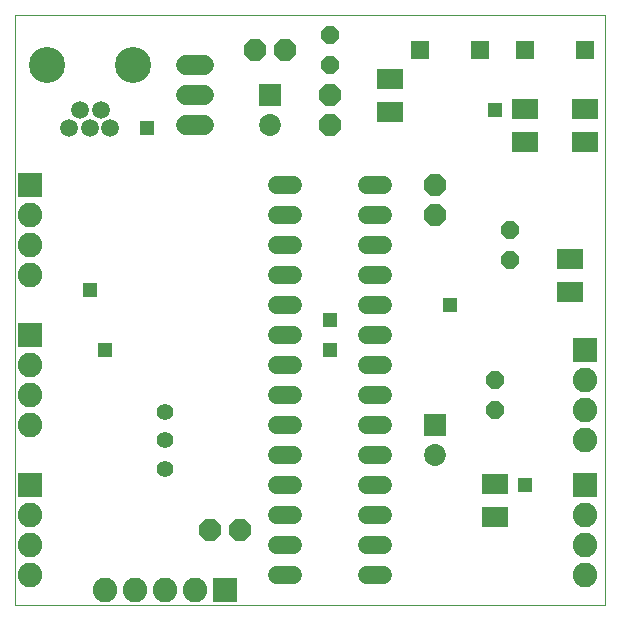
<source format=gts>
G75*
G70*
%OFA0B0*%
%FSLAX24Y24*%
%IPPOS*%
%LPD*%
%AMOC8*
5,1,8,0,0,1.08239X$1,22.5*
%
%ADD10C,0.0000*%
%ADD11C,0.0595*%
%ADD12C,0.1202*%
%ADD13C,0.0680*%
%ADD14OC8,0.0710*%
%ADD15R,0.0730X0.0730*%
%ADD16C,0.0730*%
%ADD17R,0.0867X0.0710*%
%ADD18R,0.0820X0.0820*%
%ADD19C,0.0820*%
%ADD20OC8,0.0600*%
%ADD21C,0.0600*%
%ADD22C,0.0556*%
%ADD23R,0.0595X0.0595*%
%ADD24R,0.0476X0.0476*%
D10*
X000816Y000756D02*
X000816Y020441D01*
X020501Y020441D01*
X020501Y000756D01*
X000816Y000756D01*
D11*
X002616Y016656D03*
X003316Y016656D03*
X003986Y016656D03*
X003676Y017276D03*
X002986Y017276D03*
D12*
X001879Y018756D03*
X004753Y018756D03*
D13*
X006516Y018756D02*
X007116Y018756D01*
X007116Y017756D02*
X006516Y017756D01*
X006516Y016756D02*
X007116Y016756D01*
D14*
X008816Y019256D03*
X009816Y019256D03*
X011316Y017756D03*
X011316Y016756D03*
X014816Y014756D03*
X014816Y013756D03*
X008316Y003256D03*
X007316Y003256D03*
D15*
X014816Y006756D03*
X009316Y017756D03*
D16*
X009316Y016756D03*
X014816Y005756D03*
D17*
X016816Y004807D03*
X016816Y003705D03*
X019316Y011205D03*
X019316Y012307D03*
X019816Y016205D03*
X019816Y017307D03*
X017816Y017307D03*
X017816Y016205D03*
X013316Y017205D03*
X013316Y018307D03*
D18*
X019816Y009256D03*
X019816Y004756D03*
X007816Y001256D03*
X001316Y004756D03*
X001316Y009756D03*
X001316Y014756D03*
D19*
X001316Y013756D03*
X001316Y012756D03*
X001316Y011756D03*
X001316Y008756D03*
X001316Y007756D03*
X001316Y006756D03*
X001316Y003756D03*
X001316Y002756D03*
X001316Y001756D03*
X003816Y001256D03*
X004816Y001256D03*
X005816Y001256D03*
X006816Y001256D03*
X019816Y001756D03*
X019816Y002756D03*
X019816Y003756D03*
X019816Y006256D03*
X019816Y007256D03*
X019816Y008256D03*
D20*
X016816Y008256D03*
X016816Y007256D03*
X017316Y012256D03*
X017316Y013256D03*
X011316Y018756D03*
X011316Y019756D03*
D21*
X010076Y014756D02*
X009556Y014756D01*
X009556Y013756D02*
X010076Y013756D01*
X010076Y012756D02*
X009556Y012756D01*
X009556Y011756D02*
X010076Y011756D01*
X010076Y010756D02*
X009556Y010756D01*
X009556Y009756D02*
X010076Y009756D01*
X010076Y008756D02*
X009556Y008756D01*
X009556Y007756D02*
X010076Y007756D01*
X010076Y006756D02*
X009556Y006756D01*
X009556Y005756D02*
X010076Y005756D01*
X010076Y004756D02*
X009556Y004756D01*
X009556Y003756D02*
X010076Y003756D01*
X010076Y002756D02*
X009556Y002756D01*
X009556Y001756D02*
X010076Y001756D01*
X012556Y001756D02*
X013076Y001756D01*
X013076Y002756D02*
X012556Y002756D01*
X012556Y003756D02*
X013076Y003756D01*
X013076Y004756D02*
X012556Y004756D01*
X012556Y005756D02*
X013076Y005756D01*
X013076Y006756D02*
X012556Y006756D01*
X012556Y007756D02*
X013076Y007756D01*
X013076Y008756D02*
X012556Y008756D01*
X012556Y009756D02*
X013076Y009756D01*
X013076Y010756D02*
X012556Y010756D01*
X012556Y011756D02*
X013076Y011756D01*
X013076Y012756D02*
X012556Y012756D01*
X012556Y013756D02*
X013076Y013756D01*
X013076Y014756D02*
X012556Y014756D01*
D22*
X005816Y007206D03*
X005816Y006267D03*
X005816Y005306D03*
D23*
X014316Y019256D03*
X016316Y019256D03*
X017816Y019256D03*
X019816Y019256D03*
D24*
X016816Y017256D03*
X015316Y010756D03*
X011316Y010256D03*
X011316Y009256D03*
X017816Y004756D03*
X005216Y016656D03*
X003316Y011256D03*
X003816Y009256D03*
M02*

</source>
